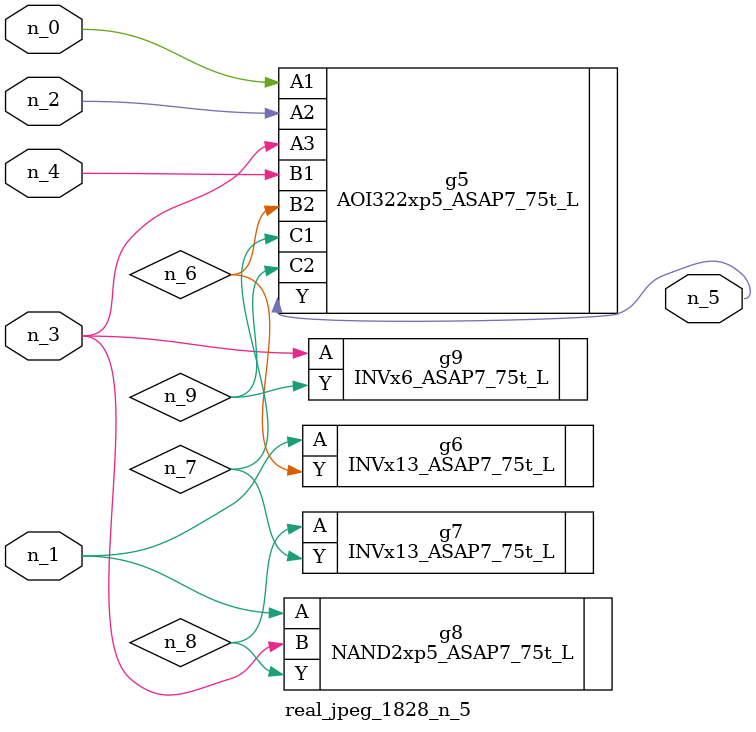
<source format=v>
module real_jpeg_1828_n_5 (n_4, n_0, n_1, n_2, n_3, n_5);

input n_4;
input n_0;
input n_1;
input n_2;
input n_3;

output n_5;

wire n_8;
wire n_6;
wire n_7;
wire n_9;

AOI322xp5_ASAP7_75t_L g5 ( 
.A1(n_0),
.A2(n_2),
.A3(n_3),
.B1(n_4),
.B2(n_6),
.C1(n_7),
.C2(n_9),
.Y(n_5)
);

INVx13_ASAP7_75t_L g6 ( 
.A(n_1),
.Y(n_6)
);

NAND2xp5_ASAP7_75t_L g8 ( 
.A(n_1),
.B(n_3),
.Y(n_8)
);

INVx6_ASAP7_75t_L g9 ( 
.A(n_3),
.Y(n_9)
);

INVx13_ASAP7_75t_L g7 ( 
.A(n_8),
.Y(n_7)
);


endmodule
</source>
